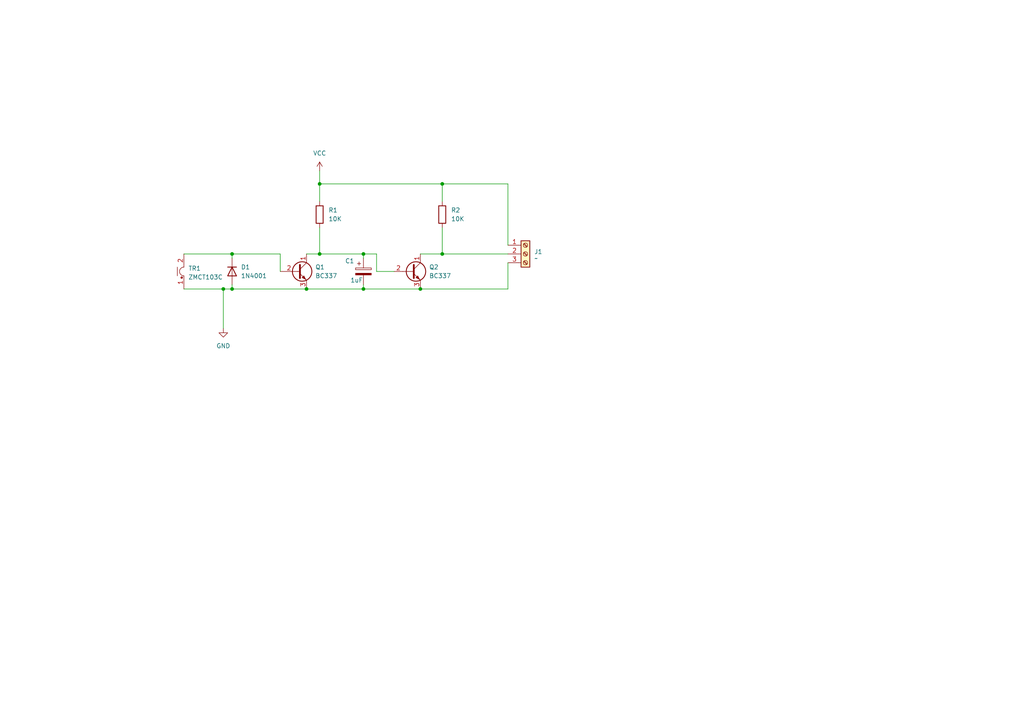
<source format=kicad_sch>
(kicad_sch (version 20250114) (generator "eeschema") (generator_version "9.0")
  (paper "A4")
  (lib_symbols
    (symbol "BC337_1" (pin_names (offset 0) (hide yes))
      (property "Reference" "Q" (at 5.08 1.905 0))
      (property "Value" "BC337" (at 5.08 0 0))
      (symbol "BC337_1_0_1"
        (polyline (pts (xy -2.54 0) (xy 0.635 0)))
        (polyline (pts (xy 0.635 1.905) (xy 0.635 -1.905)) (stroke (width 0.508)))
        (circle (center 1.27 0) (radius 2.8194) (stroke (width 0.254)))
      )
      (symbol "BC337_1_1_1"
        (polyline (pts (xy 0.635 0.635) (xy 2.54 2.54)))
        (polyline (pts (xy 0.635 -0.635) (xy 2.54 -2.54)))
        (polyline (pts (xy 1.27 -1.778) (xy 1.778 -1.27) (xy 2.286 -2.286) (xy 1.27 -1.778)) (fill (type outline)))
        (pin input line (at -5.08 0 0) (length 2.54) (name "B") (number "2"))
        (pin passive line (at 2.54 5.08 270) (length 2.54) (name "C") (number "1"))
        (pin passive line (at 2.54 -5.08 90) (length 2.54) (name "E") (number "3"))
      )
    )
    (symbol "Connector:Screw_Terminal_01x03" (pin_names (offset 1.016) (hide yes))
      (property "Reference" "J" (at 0 5.08 0))
      (property "Value" "Screw_Terminal_01x03" (at 0 -5.08 0))
      (symbol "Screw_Terminal_01x03_1_1"
        (rectangle (start -1.27 3.81) (end 1.27 -3.81) (stroke (width 0.254)) (fill (type background)))
        (polyline (pts (xy -0.5334 2.8702) (xy 0.3302 2.032)) (stroke (width 0.1524)))
        (polyline (pts (xy -0.5334 0.3302) (xy 0.3302 -0.508)) (stroke (width 0.1524)))
        (polyline (pts (xy -0.5334 -2.2098) (xy 0.3302 -3.048)) (stroke (width 0.1524)))
        (polyline (pts (xy -0.3556 3.048) (xy 0.508 2.2098)) (stroke (width 0.1524)))
        (polyline (pts (xy -0.3556 0.508) (xy 0.508 -0.3302)) (stroke (width 0.1524)))
        (polyline (pts (xy -0.3556 -2.032) (xy 0.508 -2.8702)) (stroke (width 0.1524)))
        (circle (center 0 2.54) (radius 0.635) (stroke (width 0.1524)))
        (circle (center 0 0) (radius 0.635) (stroke (width 0.1524)))
        (circle (center 0 -2.54) (radius 0.635) (stroke (width 0.1524)))
        (pin passive line (at -5.08 2.54 0) (length 3.81) (name "Pin_1") (number "1"))
        (pin passive line (at -5.08 0 0) (length 3.81) (name "Pin_2") (number "2"))
        (pin passive line (at -5.08 -2.54 0) (length 3.81) (name "Pin_3") (number "3"))
      )
    )
    (symbol "Device:C_Polarized" (pin_numbers (hide yes)) (pin_names (offset 0.254))
      (property "Reference" "C" (at 0.635 2.54 0))
      (property "Value" "C_Polarized" (at 0.635 -2.54 0))
      (symbol "C_Polarized_0_1"
        (rectangle (start -2.286 0.508) (end 2.286 1.016))
        (polyline (pts (xy -1.778 2.286) (xy -0.762 2.286)))
        (polyline (pts (xy -1.27 2.794) (xy -1.27 1.778)))
        (rectangle (start 2.286 -0.508) (end -2.286 -1.016) (fill (type outline)))
      )
      (symbol "C_Polarized_1_1"
        (pin passive line (at 0 3.81 270) (length 2.794) (name "~") (number "1"))
        (pin passive line (at 0 -3.81 90) (length 2.794) (name "~") (number "2"))
      )
    )
    (symbol "Device:R" (pin_numbers (hide yes)) (pin_names (offset 0))
      (property "Reference" "R" (at 2.032 0 90))
      (property "Value" "R" (at 0 0 90))
      (symbol "R_0_1"
        (rectangle (start -1.016 -2.54) (end 1.016 2.54) (stroke (width 0.254)))
      )
      (symbol "R_1_1"
        (pin passive line (at 0 3.81 270) (length 1.27) (name "~") (number "1"))
        (pin passive line (at 0 -3.81 90) (length 1.27) (name "~") (number "2"))
      )
    )
    (symbol "Diode:1N4001" (pin_numbers (hide yes)) (pin_names (hide yes))
      (property "Reference" "D" (at 0 2.54 0))
      (property "Value" "1N4001" (at 0 -2.54 0))
      (symbol "1N4001_0_1"
        (polyline (pts (xy -1.27 1.27) (xy -1.27 -1.27)) (stroke (width 0.254)))
        (polyline (pts (xy 1.27 1.27) (xy 1.27 -1.27) (xy -1.27 0) (xy 1.27 1.27)) (stroke (width 0.254)))
        (polyline (pts (xy 1.27 0) (xy -1.27 0)))
      )
      (symbol "1N4001_1_1"
        (pin passive line (at -3.81 0 0) (length 2.54) (name "K") (number "1"))
        (pin passive line (at 3.81 0 180) (length 2.54) (name "A") (number "2"))
      )
    )
    (symbol "Transformer:ZMCT103C"
      (property "Reference" "TR" (at 0 3.81 0))
      (property "Value" "ZMCT103C" (at 0 -2.54 0))
      (symbol "ZMCT103C_1_1"
        (circle (center -1.778 0.635) (radius 0.254) (fill (type outline)))
        (polyline (pts (xy -1.27 1.905) (xy 1.27 1.905)))
        (arc (start -1.27 0) (mid 0 1.2645) (end 1.27 0))
        (pin passive line (at -5.08 0 0) (length 3.81) (name "~") (number "1"))
        (pin passive line (at 5.08 0 180) (length 3.81) (name "~") (number "2"))
      )
    )
    (symbol "Transistor_BJT:BC337" (pin_names (offset 0) (hide yes))
      (property "Reference" "Q" (at 5.08 1.905 0))
      (property "Value" "BC337" (at 5.08 0 0))
      (symbol "BC337_0_1"
        (polyline (pts (xy 0 0) (xy 0.635 0)))
        (polyline (pts (xy 0.635 1.905) (xy 0.635 -1.905) (xy 0.635 -1.905)) (stroke (width 0.508)))
        (polyline (pts (xy 0.635 0.635) (xy 2.54 2.54)))
        (polyline (pts (xy 0.635 -0.635) (xy 2.54 -2.54) (xy 2.54 -2.54)))
        (circle (center 1.27 0) (radius 2.8194) (stroke (width 0.254)))
        (polyline (pts (xy 1.27 -1.778) (xy 1.778 -1.27) (xy 2.286 -2.286) (xy 1.27 -1.778) (xy 1.27 -1.778)) (fill (type outline)))
      )
      (symbol "BC337_1_1"
        (pin input line (at -5.08 0 0) (length 5.08) (name "B") (number "2"))
        (pin passive line (at 2.54 5.08 270) (length 2.54) (name "C") (number "1"))
        (pin passive line (at 2.54 -5.08 90) (length 2.54) (name "E") (number "3"))
      )
    )
    (symbol "power:GND" (power) (pin_numbers (hide yes)) (pin_names (offset 0) (hide yes))
      (property "Value" "GND" (at 0 -3.81 0))
      (symbol "GND_0_1"
        (polyline (pts (xy 0 0) (xy 0 -1.27) (xy 1.27 -1.27) (xy 0 -2.54) (xy -1.27 -1.27) (xy 0 -1.27)))
      )
      (symbol "GND_1_1"
        (pin power_in line (at 0 0 270) (length 0) (name "~") (number "1"))
      )
    )
    (symbol "power:VCC" (power) (pin_numbers (hide yes)) (pin_names (offset 0) (hide yes))
      (property "Value" "VCC" (at 0 3.556 0))
      (symbol "VCC_0_1"
        (polyline (pts (xy -0.762 1.27) (xy 0 2.54)))
        (polyline (pts (xy 0 2.54) (xy 0.762 1.27)))
        (polyline (pts (xy 0 0) (xy 0 2.54)))
      )
      (symbol "VCC_1_1"
        (pin power_in line (at 0 0 90) (length 0) (name "~") (number "1"))
      )
    )
  )
  (junction (at 67.31 83.82))
  (junction (at 121.92 83.82))
  (junction (at 92.71 73.66))
  (junction (at 128.27 53.34))
  (junction (at 64.77 83.82))
  (junction (at 105.41 73.66))
  (junction (at 92.71 53.34))
  (junction (at 105.41 83.82))
  (junction (at 128.27 73.66))
  (junction (at 88.9 83.82))
  (junction (at 67.31 73.66))
  (wire (pts (xy 92.71 73.66) (xy 105.41 73.66)))
  (wire (pts (xy 92.71 66.04) (xy 92.71 73.66)))
  (wire (pts (xy 105.41 83.82) (xy 121.92 83.82)))
  (wire (pts (xy 64.77 83.82) (xy 67.31 83.82)))
  (wire (pts (xy 64.77 83.82) (xy 64.77 95.25)))
  (wire (pts (xy 67.31 73.66) (xy 67.31 74.93)))
  (wire (pts (xy 67.31 73.66) (xy 81.28 73.66)))
  (wire (pts (xy 109.22 73.66) (xy 109.22 78.74)))
  (wire (pts (xy 105.41 73.66) (xy 105.41 74.93)))
  (wire (pts (xy 128.27 66.04) (xy 128.27 73.66)))
  (wire (pts (xy 128.27 53.34) (xy 147.32 53.34)))
  (wire (pts (xy 88.9 73.66) (xy 92.71 73.66)))
  (wire (pts (xy 109.22 78.74) (xy 114.3 78.74)))
  (wire (pts (xy 128.27 73.66) (xy 121.92 73.66)))
  (wire (pts (xy 92.71 53.34) (xy 92.71 58.42)))
  (wire (pts (xy 67.31 82.55) (xy 67.31 83.82)))
  (wire (pts (xy 121.92 83.82) (xy 147.32 83.82)))
  (wire (pts (xy 53.34 73.66) (xy 67.31 73.66)))
  (wire (pts (xy 128.27 53.34) (xy 92.71 53.34)))
  (wire (pts (xy 92.71 49.53) (xy 92.71 53.34)))
  (wire (pts (xy 53.34 83.82) (xy 64.77 83.82)))
  (wire (pts (xy 128.27 73.66) (xy 147.32 73.66)))
  (wire (pts (xy 128.27 58.42) (xy 128.27 53.34)))
  (wire (pts (xy 105.41 82.55) (xy 105.41 83.82)))
  (wire (pts (xy 81.28 73.66) (xy 81.28 78.74)))
  (wire (pts (xy 88.9 83.82) (xy 105.41 83.82)))
  (wire (pts (xy 147.32 83.82) (xy 147.32 76.2)))
  (wire (pts (xy 67.31 83.82) (xy 88.9 83.82)))
  (wire (pts (xy 147.32 53.34) (xy 147.32 71.12)))
  (wire (pts (xy 105.41 73.66) (xy 109.22 73.66)))
  (symbol (lib_name "BC337_1") (lib_id "Transistor_BJT:BC337") (at 119.38 78.74 0) (unit 1)
    (property "Reference" "Q2" (at 124.46 77.4699 0) (effects (justify left)))
    (property "Value" "BC337" (at 124.46 80.0099 0) (effects (justify left)))
    (property "Footprint" "Package_TO_SOT_THT:TO-92_Inline" (effects (hide yes)))
    (property "Datasheet" "https://diotec.com/tl_files/diotec/files/pdf/datasheets/bc337.pdf" (effects (hide yes)))
    (property "Description" "0.8A Ic, 45V Vce, NPN Transistor, TO-92" (effects (hide yes)))
  )
  (symbol (lib_id "Diode:1N4001") (at 67.31 78.74 270) (unit 1)
    (property "Reference" "D1" (at 69.85 77.4699 90) (effects (justify left)))
    (property "Value" "1N4001" (at 69.85 80.0099 90) (effects (justify left)))
    (property "Footprint" "Diode_THT:D_DO-41_SOD81_P10.16mm_Horizontal" (effects (hide yes)))
    (property "Datasheet" "http://www.vishay.com/docs/88503/1n4001.pdf" (effects (hide yes)))
    (property "Description" "50V 1A General Purpose Rectifier Diode, DO-41" (effects (hide yes)))
    (property "Sim.Device" "D" (effects (hide yes)))
    (property "Sim.Pins" "1=K 2=A" (effects (hide yes)))
  )
  (symbol (lib_id "Device:R") (at 128.27 62.23 0) (unit 1)
    (property "Reference" "R2" (at 130.81 60.9599 0) (effects (justify left)))
    (property "Value" "10K" (at 130.81 63.4999 0) (effects (justify left)))
    (property "Footprint" "Resistor_THT:R_Axial_DIN0207_L6.3mm_D2.5mm_P2.54mm_Vertical" (effects (hide yes)))
    (property "Description" "Resistor" (effects (hide yes)))
  )
  (symbol (lib_id "power:VCC") (at 92.71 49.53 0) (unit 1)
    (property "Reference" "#PWR03" (effects (hide yes)))
    (property "Value" "VCC" (at 92.71 44.45 0))
    (property "Description" "Power symbol creates a global label with name \"VCC\"" (effects (hide yes)))
  )
  (symbol (lib_id "Transistor_BJT:BC337") (at 86.36 78.74 0) (unit 1)
    (property "Reference" "Q1" (at 91.44 77.4699 0) (effects (justify left)))
    (property "Value" "BC337" (at 91.44 80.0099 0) (effects (justify left)))
    (property "Footprint" "Package_TO_SOT_THT:TO-92_Inline" (effects (hide yes)))
    (property "Datasheet" "https://diotec.com/tl_files/diotec/files/pdf/datasheets/bc337.pdf" (effects (hide yes)))
    (property "Description" "0.8A Ic, 45V Vce, NPN Transistor, TO-92" (effects (hide yes)))
  )
  (symbol (lib_id "Transformer:ZMCT103C") (at 53.34 78.74 90) (unit 1)
    (property "Reference" "TR1" (at 54.61 77.8509 90) (effects (justify right)))
    (property "Value" "ZMCT103C" (at 54.61 80.3909 90) (effects (justify right)))
    (property "Footprint" "Transformer_THT:Transformer_Zeming_ZMCT103C" (effects (hide yes)))
    (property "Datasheet" "https://5krorwxhmqqirik.leadongcdn.com/ZMCT103C+specification-aidirBqoKomRilSjpimnokp.pdf" (effects (hide yes)))
    (property "Description" "Qingxian Zeming Langxi Electronic ZMCT103C current transformer 1000:1 10A" (effects (hide yes)))
  )
  (symbol (lib_id "Connector:Screw_Terminal_01x03") (at 152.4 73.66 0) (unit 1)
    (property "Reference" "J1" (at 154.94 73.0249 0) (effects (justify left)))
    (property "Value" "~" (at 154.94 74.93 0) (effects (justify left)))
    (property "Footprint" "KiCAD-Connector_KF301:KF301-3P" (effects (hide yes)))
    (property "Description" "Generic screw terminal, single row, 01x03, script generated (kicad-library-utils/schlib/autogen/connector/)" (effects (hide yes)))
  )
  (symbol (lib_id "power:GND") (at 64.77 95.25 0) (unit 1)
    (property "Reference" "#PWR01" (effects (hide yes)))
    (property "Value" "GND" (at 64.77 100.33 0))
    (property "Description" "Power symbol creates a global label with name \"GND\" , ground" (effects (hide yes)))
  )
  (symbol (lib_id "Device:R") (at 92.71 62.23 0) (unit 1)
    (property "Reference" "R1" (at 95.25 60.9599 0) (effects (justify left)))
    (property "Value" "10K" (at 95.25 63.4999 0) (effects (justify left)))
    (property "Footprint" "Resistor_THT:R_Axial_DIN0207_L6.3mm_D2.5mm_P2.54mm_Vertical" (effects (hide yes)))
    (property "Description" "Resistor" (effects (hide yes)))
  )
  (symbol (lib_id "Device:C_Polarized") (at 105.41 78.74 0) (unit 1)
    (property "Reference" "C1" (at 100.076 75.692 0) (effects (justify left)))
    (property "Value" "1uF" (at 101.6 81.28 0) (effects (justify left)))
    (property "Footprint" "Capacitor_THT:CP_Radial_D5.0mm_P2.50mm" (effects (hide yes)))
    (property "Description" "Polarized capacitor" (effects (hide yes)))
  )
)
</source>
